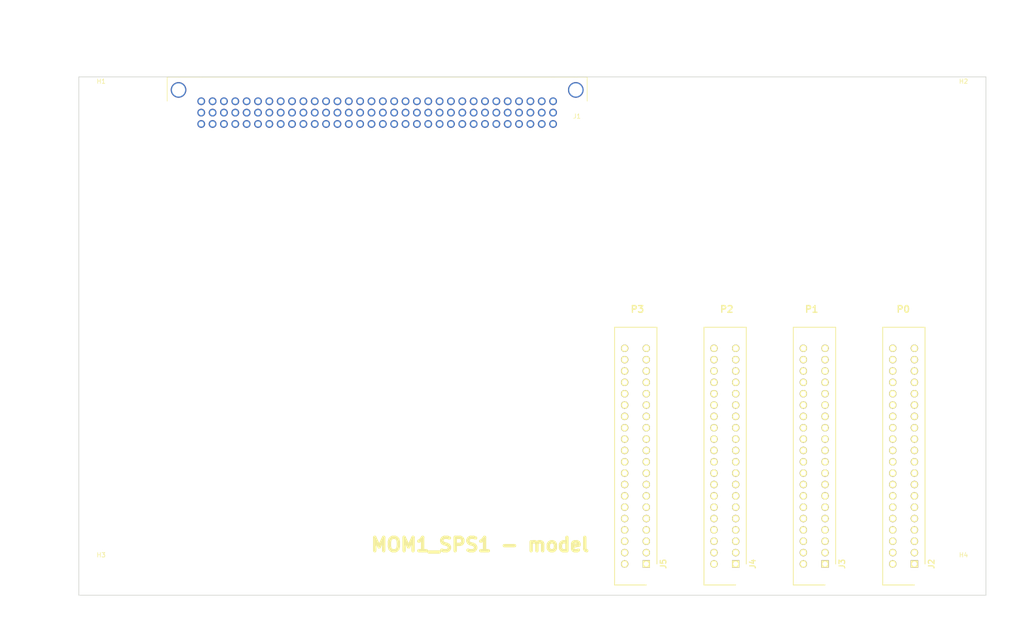
<source format=kicad_pcb>
(kicad_pcb (version 20171130) (host pcbnew "(5.1.6)-1")

  (general
    (thickness 1.6)
    (drawings 22)
    (tracks 0)
    (zones 0)
    (modules 9)
    (nets 106)
  )

  (page A4)
  (title_block
    (title MOM1_SPS1)
    (date 2020-09-28)
    (rev "model rev2")
    (company "Name here")
  )

  (layers
    (0 F.Cu signal)
    (1 In1.Cu power)
    (2 In2.Cu signal)
    (31 B.Cu signal)
    (32 B.Adhes user)
    (33 F.Adhes user)
    (34 B.Paste user)
    (35 F.Paste user)
    (36 B.SilkS user)
    (37 F.SilkS user)
    (38 B.Mask user)
    (39 F.Mask user)
    (40 Dwgs.User user)
    (41 Cmts.User user)
    (42 Eco1.User user)
    (43 Eco2.User user)
    (44 Edge.Cuts user)
    (45 Margin user)
    (46 B.CrtYd user)
    (47 F.CrtYd user)
    (48 B.Fab user)
    (49 F.Fab user)
  )

  (setup
    (last_trace_width 0.18)
    (trace_clearance 0.18)
    (zone_clearance 0.508)
    (zone_45_only no)
    (trace_min 0.18)
    (via_size 0.45)
    (via_drill 0.2)
    (via_min_size 0.45)
    (via_min_drill 0.2)
    (uvia_size 0.45)
    (uvia_drill 0.2)
    (uvias_allowed no)
    (uvia_min_size 0.45)
    (uvia_min_drill 0.2)
    (edge_width 0.15)
    (segment_width 0.2)
    (pcb_text_width 0.3)
    (pcb_text_size 1.5 1.5)
    (mod_edge_width 0.15)
    (mod_text_size 1 1)
    (mod_text_width 0.15)
    (pad_size 1.524 1.524)
    (pad_drill 0.762)
    (pad_to_mask_clearance 0.2)
    (aux_axis_origin 68 32)
    (visible_elements 7FFFF7FF)
    (pcbplotparams
      (layerselection 0x010f0_ffffffff)
      (usegerberextensions false)
      (usegerberattributes false)
      (usegerberadvancedattributes false)
      (creategerberjobfile false)
      (excludeedgelayer true)
      (linewidth 0.100000)
      (plotframeref false)
      (viasonmask false)
      (mode 1)
      (useauxorigin true)
      (hpglpennumber 1)
      (hpglpenspeed 20)
      (hpglpendiameter 15.000000)
      (psnegative false)
      (psa4output false)
      (plotreference true)
      (plotvalue true)
      (plotinvisibletext false)
      (padsonsilk false)
      (subtractmaskfromsilk false)
      (outputformat 1)
      (mirror false)
      (drillshape 0)
      (scaleselection 1)
      (outputdirectory "Project_GCMV4_gerbert/"))
  )

  (net 0 "")
  (net 1 GND)
  (net 2 +5V)
  (net 3 +3V3)
  (net 4 /GLOBAL_CLK)
  (net 5 /~RESET_CLK)
  (net 6 /SYNC_BIT)
  (net 7 /RESET_CLK)
  (net 8 /~COUNTER_RESET)
  (net 9 /NUMBER_0)
  (net 10 /NUMBER_1)
  (net 11 /NUMBER_2)
  (net 12 /NUMBER_3)
  (net 13 /NUMBER_4)
  (net 14 /NUMBER_5)
  (net 15 /NUMBER_6)
  (net 16 /NUMBER_7)
  (net 17 /SPI_MOSI)
  (net 18 /SPI_MISO)
  (net 19 /SPI_SCLK)
  (net 20 /SPI_CS)
  (net 21 /BDATASRC_0)
  (net 22 /BDATASRC_1)
  (net 23 /BDATASRC_2)
  (net 24 /BDATASRC_3)
  (net 25 /BDATASRC_4)
  (net 26 /BDATASRC_5)
  (net 27 /BDATASRC_6)
  (net 28 /BDATASRC_7)
  (net 29 /ADDSRC_CLK)
  (net 30 /JMPSRC_CLK)
  (net 31 /PERIPHERAL_CLK)
  (net 32 /BJMPSRC_0)
  (net 33 /BJMPSRC_1)
  (net 34 /BJMPSRC_2)
  (net 35 /BJMPSRC_3)
  (net 36 /BJMPSRC_4)
  (net 37 /BJMPSRC_5)
  (net 38 /BJMPSRC_6)
  (net 39 /BJMPSRC_7)
  (net 40 /BJMPSRC_8)
  (net 41 /BJMPSRC_9)
  (net 42 /BJMPSRC_10)
  (net 43 /BJMPSRC_11)
  (net 44 /BJMPSRC_12)
  (net 45 /BJMPSRC_13)
  (net 46 /BJMPSRC_14)
  (net 47 /BJMPSRC_15)
  (net 48 /BJMPSRC_16)
  (net 49 /BJMPSRC_17)
  (net 50 /BJMPSRC_18)
  (net 51 /BJMPSRC_19)
  (net 52 /BJMPSRC_20)
  (net 53 /BJMPSRC_21)
  (net 54 /BJMPSRC_22)
  (net 55 /BJMPSRC_23)
  (net 56 /PROCESSOR_PAUSE)
  (net 57 /~SELECTING_RBEXT1)
  (net 58 /~SELECTING_RBEXT2)
  (net 59 /BWRITE1_0)
  (net 60 /BWRITE1_1)
  (net 61 /BWRITE1_2)
  (net 62 /BWRITE1_3)
  (net 63 /BWRITE1_4)
  (net 64 /BWRITE1_5)
  (net 65 /BWRITE1_6)
  (net 66 /BWRITE1_7)
  (net 67 /BWRITE2_0)
  (net 68 /BWRITE2_1)
  (net 69 /BWRITE2_2)
  (net 70 /BWRITE2_3)
  (net 71 /BWRITE2_4)
  (net 72 /BWRITE2_5)
  (net 73 /BWRITE2_6)
  (net 74 /BWRITE2_7)
  (net 75 /BREAD1_0)
  (net 76 /BREAD1_1)
  (net 77 /BREAD1_2)
  (net 78 /BREAD1_3)
  (net 79 /BREAD1_4)
  (net 80 /BREAD1_5)
  (net 81 /BREAD1_6)
  (net 82 /BREAD1_7)
  (net 83 /BREAD2_0)
  (net 84 /BREAD2_1)
  (net 85 /BREAD2_2)
  (net 86 /BREAD2_3)
  (net 87 /BREAD2_4)
  (net 88 /BREAD2_5)
  (net 89 /BREAD2_6)
  (net 90 /BREAD2_7)
  (net 91 /BPCS_0)
  (net 92 /BPCS_1)
  (net 93 /BPCS_2)
  (net 94 /BPCS_3)
  (net 95 /BPCS_4)
  (net 96 /BPCS_5)
  (net 97 /~CS_MODULE_1)
  (net 98 /CLK_MODULE_1)
  (net 99 /~CS_MODULE_2)
  (net 100 /CLK_MODULE_2)
  (net 101 /CLK_MODULE_3)
  (net 102 /~CS_MODULE_3)
  (net 103 /CLK_MODULE_4)
  (net 104 /~CS_MODULE_4)
  (net 105 /FEEDBACK)

  (net_class Default "Ceci est la Netclass par défaut"
    (clearance 0.18)
    (trace_width 0.18)
    (via_dia 0.45)
    (via_drill 0.2)
    (uvia_dia 0.45)
    (uvia_drill 0.2)
    (add_net /ADDSRC_CLK)
    (add_net /BDATASRC_0)
    (add_net /BDATASRC_1)
    (add_net /BDATASRC_2)
    (add_net /BDATASRC_3)
    (add_net /BDATASRC_4)
    (add_net /BDATASRC_5)
    (add_net /BDATASRC_6)
    (add_net /BDATASRC_7)
    (add_net /BJMPSRC_0)
    (add_net /BJMPSRC_1)
    (add_net /BJMPSRC_10)
    (add_net /BJMPSRC_11)
    (add_net /BJMPSRC_12)
    (add_net /BJMPSRC_13)
    (add_net /BJMPSRC_14)
    (add_net /BJMPSRC_15)
    (add_net /BJMPSRC_16)
    (add_net /BJMPSRC_17)
    (add_net /BJMPSRC_18)
    (add_net /BJMPSRC_19)
    (add_net /BJMPSRC_2)
    (add_net /BJMPSRC_20)
    (add_net /BJMPSRC_21)
    (add_net /BJMPSRC_22)
    (add_net /BJMPSRC_23)
    (add_net /BJMPSRC_3)
    (add_net /BJMPSRC_4)
    (add_net /BJMPSRC_5)
    (add_net /BJMPSRC_6)
    (add_net /BJMPSRC_7)
    (add_net /BJMPSRC_8)
    (add_net /BJMPSRC_9)
    (add_net /BPCS_0)
    (add_net /BPCS_1)
    (add_net /BPCS_2)
    (add_net /BPCS_3)
    (add_net /BPCS_4)
    (add_net /BPCS_5)
    (add_net /BREAD1_0)
    (add_net /BREAD1_1)
    (add_net /BREAD1_2)
    (add_net /BREAD1_3)
    (add_net /BREAD1_4)
    (add_net /BREAD1_5)
    (add_net /BREAD1_6)
    (add_net /BREAD1_7)
    (add_net /BREAD2_0)
    (add_net /BREAD2_1)
    (add_net /BREAD2_2)
    (add_net /BREAD2_3)
    (add_net /BREAD2_4)
    (add_net /BREAD2_5)
    (add_net /BREAD2_6)
    (add_net /BREAD2_7)
    (add_net /BWRITE1_0)
    (add_net /BWRITE1_1)
    (add_net /BWRITE1_2)
    (add_net /BWRITE1_3)
    (add_net /BWRITE1_4)
    (add_net /BWRITE1_5)
    (add_net /BWRITE1_6)
    (add_net /BWRITE1_7)
    (add_net /BWRITE2_0)
    (add_net /BWRITE2_1)
    (add_net /BWRITE2_2)
    (add_net /BWRITE2_3)
    (add_net /BWRITE2_4)
    (add_net /BWRITE2_5)
    (add_net /BWRITE2_6)
    (add_net /BWRITE2_7)
    (add_net /CLK_MODULE_1)
    (add_net /CLK_MODULE_2)
    (add_net /CLK_MODULE_3)
    (add_net /CLK_MODULE_4)
    (add_net /FEEDBACK)
    (add_net /GLOBAL_CLK)
    (add_net /JMPSRC_CLK)
    (add_net /NUMBER_0)
    (add_net /NUMBER_1)
    (add_net /NUMBER_2)
    (add_net /NUMBER_3)
    (add_net /NUMBER_4)
    (add_net /NUMBER_5)
    (add_net /NUMBER_6)
    (add_net /NUMBER_7)
    (add_net /PERIPHERAL_CLK)
    (add_net /PROCESSOR_PAUSE)
    (add_net /RESET_CLK)
    (add_net /SPI_CS)
    (add_net /SPI_MISO)
    (add_net /SPI_MOSI)
    (add_net /SPI_SCLK)
    (add_net /SYNC_BIT)
    (add_net /~COUNTER_RESET)
    (add_net /~CS_MODULE_1)
    (add_net /~CS_MODULE_2)
    (add_net /~CS_MODULE_3)
    (add_net /~CS_MODULE_4)
    (add_net /~RESET_CLK)
    (add_net /~SELECTING_RBEXT1)
    (add_net /~SELECTING_RBEXT2)
  )

  (net_class Volt ""
    (clearance 0.2)
    (trace_width 0.3)
    (via_dia 0.55)
    (via_drill 0.3)
    (uvia_dia 0.55)
    (uvia_drill 0.3)
    (add_net +3V3)
    (add_net +5V)
    (add_net GND)
  )

  (module Eurocard_5536475-1:Eurocard_5536475-1_inv placed (layer F.Cu) (tedit 5F7214FE) (tstamp 5F7298AC)
    (at 133.5 40)
    (path /5C9A234B)
    (fp_text reference J1 (at 45.98 0.82) (layer F.SilkS)
      (effects (font (size 1 1) (thickness 0.15)))
    )
    (fp_text value Eurocard_5536475-1_inv (at 36.92 5.57) (layer F.Fab)
      (effects (font (size 1 1) (thickness 0.15)))
    )
    (fp_line (start -38.1 -7.95) (end 40.64 -7.95) (layer F.SilkS) (width 0.15))
    (fp_line (start 40.64 -7.95) (end 45.72 -7.95) (layer F.SilkS) (width 0.15))
    (fp_line (start -43.18 -7.95) (end -38.1 -7.95) (layer F.SilkS) (width 0.15))
    (fp_line (start 48.27 -7.95) (end 48.27 -2.58) (layer F.SilkS) (width 0.15))
    (fp_line (start 45.72 -7.95) (end 48.27 -7.95) (layer F.SilkS) (width 0.15))
    (fp_line (start -45.72 -7.95) (end -43.17 -7.95) (layer F.SilkS) (width 0.15))
    (fp_line (start -45.72 -7.95) (end -45.72 -2.58) (layer F.SilkS) (width 0.15))
    (pad "" np_thru_hole circle (at -43.18 -5.08 90) (size 3.5 3.5) (drill 2.94) (layers *.Cu *.Mask))
    (pad "" np_thru_hole circle (at 45.72 -5.08 90) (size 3.5 3.5) (drill 2.94) (layers *.Cu *.Mask))
    (pad c32 thru_hole circle (at -38.1 2.54 270) (size 1.75 1.75) (drill 1.15) (layers *.Cu *.Mask)
      (net 1 GND))
    (pad c31 thru_hole circle (at -35.56 2.54 270) (size 1.75 1.75) (drill 1.15) (layers *.Cu *.Mask)
      (net 2 +5V))
    (pad c30 thru_hole circle (at -33.02 2.54 270) (size 1.75 1.75) (drill 1.15) (layers *.Cu *.Mask)
      (net 3 +3V3))
    (pad c29 thru_hole circle (at -30.48 2.54 270) (size 1.75 1.75) (drill 1.15) (layers *.Cu *.Mask)
      (net 96 /BPCS_5))
    (pad c28 thru_hole circle (at -27.94 2.54 270) (size 1.75 1.75) (drill 1.15) (layers *.Cu *.Mask)
      (net 95 /BPCS_4))
    (pad c27 thru_hole circle (at -25.4 2.54 270) (size 1.75 1.75) (drill 1.15) (layers *.Cu *.Mask)
      (net 94 /BPCS_3))
    (pad c26 thru_hole circle (at -22.86 2.54 270) (size 1.75 1.75) (drill 1.15) (layers *.Cu *.Mask)
      (net 93 /BPCS_2))
    (pad c25 thru_hole circle (at -20.32 2.54 270) (size 1.75 1.75) (drill 1.15) (layers *.Cu *.Mask)
      (net 92 /BPCS_1))
    (pad c24 thru_hole circle (at -17.78 2.54 270) (size 1.75 1.75) (drill 1.15) (layers *.Cu *.Mask)
      (net 91 /BPCS_0))
    (pad c23 thru_hole circle (at -15.24 2.54 270) (size 1.75 1.75) (drill 1.15) (layers *.Cu *.Mask)
      (net 6 /SYNC_BIT))
    (pad c22 thru_hole circle (at -12.7 2.54 270) (size 1.75 1.75) (drill 1.15) (layers *.Cu *.Mask)
      (net 8 /~COUNTER_RESET))
    (pad c21 thru_hole circle (at -10.16 2.54 270) (size 1.75 1.75) (drill 1.15) (layers *.Cu *.Mask)
      (net 31 /PERIPHERAL_CLK))
    (pad c20 thru_hole circle (at -7.62 2.54 270) (size 1.75 1.75) (drill 1.15) (layers *.Cu *.Mask)
      (net 30 /JMPSRC_CLK))
    (pad c19 thru_hole circle (at -5.08 2.54 270) (size 1.75 1.75) (drill 1.15) (layers *.Cu *.Mask)
      (net 7 /RESET_CLK))
    (pad c18 thru_hole circle (at -2.54 2.54 270) (size 1.75 1.75) (drill 1.15) (layers *.Cu *.Mask)
      (net 4 /GLOBAL_CLK))
    (pad c17 thru_hole circle (at 0 2.54 270) (size 1.75 1.75) (drill 1.15) (layers *.Cu *.Mask)
      (net 29 /ADDSRC_CLK))
    (pad c16 thru_hole circle (at 2.54 2.54 270) (size 1.75 1.75) (drill 1.15) (layers *.Cu *.Mask)
      (net 28 /BDATASRC_7))
    (pad c15 thru_hole circle (at 5.08 2.54 270) (size 1.75 1.75) (drill 1.15) (layers *.Cu *.Mask)
      (net 27 /BDATASRC_6))
    (pad c14 thru_hole circle (at 7.62 2.54 270) (size 1.75 1.75) (drill 1.15) (layers *.Cu *.Mask)
      (net 26 /BDATASRC_5))
    (pad c13 thru_hole circle (at 10.16 2.54 270) (size 1.75 1.75) (drill 1.15) (layers *.Cu *.Mask)
      (net 25 /BDATASRC_4))
    (pad c12 thru_hole circle (at 12.7 2.54 270) (size 1.75 1.75) (drill 1.15) (layers *.Cu *.Mask)
      (net 24 /BDATASRC_3))
    (pad c11 thru_hole circle (at 15.24 2.54 270) (size 1.75 1.75) (drill 1.15) (layers *.Cu *.Mask)
      (net 23 /BDATASRC_2))
    (pad c10 thru_hole circle (at 17.78 2.54 270) (size 1.75 1.75) (drill 1.15) (layers *.Cu *.Mask)
      (net 22 /BDATASRC_1))
    (pad c9 thru_hole circle (at 20.32 2.54 270) (size 1.75 1.75) (drill 1.15) (layers *.Cu *.Mask)
      (net 21 /BDATASRC_0))
    (pad c8 thru_hole circle (at 22.86 2.54 270) (size 1.75 1.75) (drill 1.15) (layers *.Cu *.Mask)
      (net 16 /NUMBER_7))
    (pad c7 thru_hole circle (at 25.4 2.54 270) (size 1.75 1.75) (drill 1.15) (layers *.Cu *.Mask)
      (net 15 /NUMBER_6))
    (pad c6 thru_hole circle (at 27.94 2.54 270) (size 1.75 1.75) (drill 1.15) (layers *.Cu *.Mask)
      (net 14 /NUMBER_5))
    (pad c5 thru_hole circle (at 30.48 2.54 270) (size 1.75 1.75) (drill 1.15) (layers *.Cu *.Mask)
      (net 13 /NUMBER_4))
    (pad c4 thru_hole circle (at 33.02 2.54 270) (size 1.75 1.75) (drill 1.15) (layers *.Cu *.Mask)
      (net 12 /NUMBER_3))
    (pad c3 thru_hole circle (at 35.56 2.54 270) (size 1.75 1.75) (drill 1.15) (layers *.Cu *.Mask)
      (net 11 /NUMBER_2))
    (pad c2 thru_hole circle (at 38.1 2.54 270) (size 1.75 1.75) (drill 1.15) (layers *.Cu *.Mask)
      (net 10 /NUMBER_1))
    (pad c1 thru_hole circle (at 40.64 2.54 270) (size 1.75 1.75) (drill 1.15) (layers *.Cu *.Mask)
      (net 9 /NUMBER_0))
    (pad b32 thru_hole circle (at -38.1 0 270) (size 1.75 1.75) (drill 1.15) (layers *.Cu *.Mask)
      (net 90 /BREAD2_7))
    (pad b31 thru_hole circle (at -35.56 0 270) (size 1.75 1.75) (drill 1.15) (layers *.Cu *.Mask)
      (net 89 /BREAD2_6))
    (pad b30 thru_hole circle (at -33.02 0 270) (size 1.75 1.75) (drill 1.15) (layers *.Cu *.Mask)
      (net 88 /BREAD2_5))
    (pad b29 thru_hole circle (at -30.48 0 270) (size 1.75 1.75) (drill 1.15) (layers *.Cu *.Mask)
      (net 87 /BREAD2_4))
    (pad b28 thru_hole circle (at -27.94 0 270) (size 1.75 1.75) (drill 1.15) (layers *.Cu *.Mask)
      (net 86 /BREAD2_3))
    (pad b27 thru_hole circle (at -25.4 0 270) (size 1.75 1.75) (drill 1.15) (layers *.Cu *.Mask)
      (net 85 /BREAD2_2))
    (pad b26 thru_hole circle (at -22.86 0 270) (size 1.75 1.75) (drill 1.15) (layers *.Cu *.Mask)
      (net 84 /BREAD2_1))
    (pad b25 thru_hole circle (at -20.32 0 270) (size 1.75 1.75) (drill 1.15) (layers *.Cu *.Mask)
      (net 83 /BREAD2_0))
    (pad b24 thru_hole circle (at -17.78 0 270) (size 1.75 1.75) (drill 1.15) (layers *.Cu *.Mask)
      (net 82 /BREAD1_7))
    (pad b23 thru_hole circle (at -15.24 0 270) (size 1.75 1.75) (drill 1.15) (layers *.Cu *.Mask)
      (net 81 /BREAD1_6))
    (pad b22 thru_hole circle (at -12.7 0 270) (size 1.75 1.75) (drill 1.15) (layers *.Cu *.Mask)
      (net 80 /BREAD1_5))
    (pad b21 thru_hole circle (at -10.16 0 270) (size 1.75 1.75) (drill 1.15) (layers *.Cu *.Mask)
      (net 79 /BREAD1_4))
    (pad b20 thru_hole circle (at -7.62 0 270) (size 1.75 1.75) (drill 1.15) (layers *.Cu *.Mask)
      (net 78 /BREAD1_3))
    (pad b19 thru_hole circle (at -5.08 0 270) (size 1.75 1.75) (drill 1.15) (layers *.Cu *.Mask)
      (net 77 /BREAD1_2))
    (pad b18 thru_hole circle (at -2.54 0 270) (size 1.75 1.75) (drill 1.15) (layers *.Cu *.Mask)
      (net 76 /BREAD1_1))
    (pad b17 thru_hole circle (at 0 0 270) (size 1.75 1.75) (drill 1.15) (layers *.Cu *.Mask)
      (net 75 /BREAD1_0))
    (pad b16 thru_hole circle (at 2.54 0 270) (size 1.75 1.75) (drill 1.15) (layers *.Cu *.Mask)
      (net 74 /BWRITE2_7))
    (pad b15 thru_hole circle (at 5.08 0 270) (size 1.75 1.75) (drill 1.15) (layers *.Cu *.Mask)
      (net 73 /BWRITE2_6))
    (pad b14 thru_hole circle (at 7.62 0 270) (size 1.75 1.75) (drill 1.15) (layers *.Cu *.Mask)
      (net 72 /BWRITE2_5))
    (pad b13 thru_hole circle (at 10.16 0 270) (size 1.75 1.75) (drill 1.15) (layers *.Cu *.Mask)
      (net 71 /BWRITE2_4))
    (pad b12 thru_hole circle (at 12.7 0 270) (size 1.75 1.75) (drill 1.15) (layers *.Cu *.Mask)
      (net 70 /BWRITE2_3))
    (pad b11 thru_hole circle (at 15.24 0 270) (size 1.75 1.75) (drill 1.15) (layers *.Cu *.Mask)
      (net 69 /BWRITE2_2))
    (pad b10 thru_hole circle (at 17.78 0 270) (size 1.75 1.75) (drill 1.15) (layers *.Cu *.Mask)
      (net 68 /BWRITE2_1))
    (pad b9 thru_hole circle (at 20.32 0 270) (size 1.75 1.75) (drill 1.15) (layers *.Cu *.Mask)
      (net 67 /BWRITE2_0))
    (pad b8 thru_hole circle (at 22.86 0 270) (size 1.75 1.75) (drill 1.15) (layers *.Cu *.Mask)
      (net 66 /BWRITE1_7))
    (pad b7 thru_hole circle (at 25.4 0 270) (size 1.75 1.75) (drill 1.15) (layers *.Cu *.Mask)
      (net 65 /BWRITE1_6))
    (pad b6 thru_hole circle (at 27.94 0 270) (size 1.75 1.75) (drill 1.15) (layers *.Cu *.Mask)
      (net 64 /BWRITE1_5))
    (pad b5 thru_hole circle (at 30.48 0 270) (size 1.75 1.75) (drill 1.15) (layers *.Cu *.Mask)
      (net 63 /BWRITE1_4))
    (pad b4 thru_hole circle (at 33.02 0 270) (size 1.75 1.75) (drill 1.15) (layers *.Cu *.Mask)
      (net 62 /BWRITE1_3))
    (pad b3 thru_hole circle (at 35.56 0 270) (size 1.75 1.75) (drill 1.15) (layers *.Cu *.Mask)
      (net 61 /BWRITE1_2))
    (pad b2 thru_hole circle (at 38.1 0 270) (size 1.75 1.75) (drill 1.15) (layers *.Cu *.Mask)
      (net 60 /BWRITE1_1))
    (pad b1 thru_hole circle (at 40.64 0 270) (size 1.75 1.75) (drill 1.15) (layers *.Cu *.Mask)
      (net 59 /BWRITE1_0))
    (pad a32 thru_hole circle (at -38.1 -2.54 270) (size 1.75 1.75) (drill 1.15) (layers *.Cu *.Mask)
      (net 105 /FEEDBACK))
    (pad a31 thru_hole circle (at -35.56 -2.54 270) (size 1.75 1.75) (drill 1.15) (layers *.Cu *.Mask)
      (net 58 /~SELECTING_RBEXT2))
    (pad a30 thru_hole circle (at -33.02 -2.54 270) (size 1.75 1.75) (drill 1.15) (layers *.Cu *.Mask)
      (net 57 /~SELECTING_RBEXT1))
    (pad a29 thru_hole circle (at -30.48 -2.54 270) (size 1.75 1.75) (drill 1.15) (layers *.Cu *.Mask)
      (net 20 /SPI_CS))
    (pad a28 thru_hole circle (at -27.94 -2.54 270) (size 1.75 1.75) (drill 1.15) (layers *.Cu *.Mask)
      (net 19 /SPI_SCLK))
    (pad a27 thru_hole circle (at -25.4 -2.54 270) (size 1.75 1.75) (drill 1.15) (layers *.Cu *.Mask)
      (net 18 /SPI_MISO))
    (pad a26 thru_hole circle (at -22.86 -2.54 270) (size 1.75 1.75) (drill 1.15) (layers *.Cu *.Mask)
      (net 17 /SPI_MOSI))
    (pad a25 thru_hole circle (at -20.32 -2.54 270) (size 1.75 1.75) (drill 1.15) (layers *.Cu *.Mask)
      (net 56 /PROCESSOR_PAUSE))
    (pad a24 thru_hole circle (at -17.78 -2.54 270) (size 1.75 1.75) (drill 1.15) (layers *.Cu *.Mask)
      (net 55 /BJMPSRC_23))
    (pad a23 thru_hole circle (at -15.24 -2.54 270) (size 1.75 1.75) (drill 1.15) (layers *.Cu *.Mask)
      (net 54 /BJMPSRC_22))
    (pad a22 thru_hole circle (at -12.7 -2.54 270) (size 1.75 1.75) (drill 1.15) (layers *.Cu *.Mask)
      (net 53 /BJMPSRC_21))
    (pad a21 thru_hole circle (at -10.16 -2.54 270) (size 1.75 1.75) (drill 1.15) (layers *.Cu *.Mask)
      (net 52 /BJMPSRC_20))
    (pad a20 thru_hole circle (at -7.62 -2.54 270) (size 1.75 1.75) (drill 1.15) (layers *.Cu *.Mask)
      (net 51 /BJMPSRC_19))
    (pad a19 thru_hole circle (at -5.08 -2.54 270) (size 1.75 1.75) (drill 1.15) (layers *.Cu *.Mask)
      (net 50 /BJMPSRC_18))
    (pad a18 thru_hole circle (at -2.54 -2.54 270) (size 1.75 1.75) (drill 1.15) (layers *.Cu *.Mask)
      (net 49 /BJMPSRC_17))
    (pad a17 thru_hole circle (at 0 -2.54 270) (size 1.75 1.75) (drill 1.15) (layers *.Cu *.Mask)
      (net 48 /BJMPSRC_16))
    (pad a16 thru_hole circle (at 2.54 -2.54 270) (size 1.75 1.75) (drill 1.15) (layers *.Cu *.Mask)
      (net 47 /BJMPSRC_15))
    (pad a15 thru_hole circle (at 5.08 -2.54 270) (size 1.75 1.75) (drill 1.15) (layers *.Cu *.Mask)
      (net 46 /BJMPSRC_14))
    (pad a14 thru_hole circle (at 7.62 -2.54 270) (size 1.75 1.75) (drill 1.15) (layers *.Cu *.Mask)
      (net 45 /BJMPSRC_13))
    (pad a13 thru_hole circle (at 10.16 -2.54 270) (size 1.75 1.75) (drill 1.15) (layers *.Cu *.Mask)
      (net 44 /BJMPSRC_12))
    (pad a12 thru_hole circle (at 12.7 -2.54 270) (size 1.75 1.75) (drill 1.15) (layers *.Cu *.Mask)
      (net 43 /BJMPSRC_11))
    (pad a11 thru_hole circle (at 15.24 -2.54 270) (size 1.75 1.75) (drill 1.15) (layers *.Cu *.Mask)
      (net 42 /BJMPSRC_10))
    (pad a10 thru_hole circle (at 17.78 -2.54 270) (size 1.75 1.75) (drill 1.15) (layers *.Cu *.Mask)
      (net 41 /BJMPSRC_9))
    (pad a9 thru_hole circle (at 20.32 -2.54 270) (size 1.75 1.75) (drill 1.15) (layers *.Cu *.Mask)
      (net 40 /BJMPSRC_8))
    (pad a8 thru_hole circle (at 22.86 -2.54 270) (size 1.75 1.75) (drill 1.15) (layers *.Cu *.Mask)
      (net 39 /BJMPSRC_7))
    (pad a7 thru_hole circle (at 25.4 -2.54 270) (size 1.75 1.75) (drill 1.15) (layers *.Cu *.Mask)
      (net 38 /BJMPSRC_6))
    (pad a6 thru_hole circle (at 27.94 -2.54 270) (size 1.75 1.75) (drill 1.15) (layers *.Cu *.Mask)
      (net 37 /BJMPSRC_5))
    (pad a5 thru_hole circle (at 30.48 -2.54 270) (size 1.75 1.75) (drill 1.15) (layers *.Cu *.Mask)
      (net 36 /BJMPSRC_4))
    (pad a4 thru_hole circle (at 33.02 -2.54 270) (size 1.75 1.75) (drill 1.15) (layers *.Cu *.Mask)
      (net 35 /BJMPSRC_3))
    (pad a3 thru_hole circle (at 35.56 -2.54 270) (size 1.75 1.75) (drill 1.15) (layers *.Cu *.Mask)
      (net 34 /BJMPSRC_2))
    (pad a2 thru_hole circle (at 38.1 -2.54 270) (size 1.75 1.75) (drill 1.15) (layers *.Cu *.Mask)
      (net 33 /BJMPSRC_1))
    (pad a1 thru_hole circle (at 40.64 -2.54 270) (size 1.75 1.75) (drill 1.15) (layers *.Cu *.Mask)
      (net 32 /BJMPSRC_0))
    (model ${KIPRJMOD}/libraries/3D/5650473-5.stp
      (offset (xyz 1.25 15.25 4))
      (scale (xyz 1 1 1))
      (rotate (xyz -90 0 180))
    )
  )

  (module MountingHole:MountingHole_3mm (layer F.Cu) (tedit 56D1B4CB) (tstamp 5F727451)
    (at 73 37)
    (descr "Mounting Hole 3mm, no annular")
    (tags "mounting hole 3mm no annular")
    (path /5F7341E1)
    (attr virtual)
    (fp_text reference H1 (at 0 -4) (layer F.SilkS)
      (effects (font (size 1 1) (thickness 0.15)))
    )
    (fp_text value MountingHole_3mm (at 3 4) (layer F.Fab)
      (effects (font (size 1 1) (thickness 0.15)))
    )
    (fp_circle (center 0 0) (end 3 0) (layer Cmts.User) (width 0.15))
    (fp_circle (center 0 0) (end 3.25 0) (layer F.CrtYd) (width 0.05))
    (fp_text user %R (at 0.3 0) (layer F.Fab)
      (effects (font (size 1 1) (thickness 0.15)))
    )
    (pad 1 np_thru_hole circle (at 0 0) (size 3 3) (drill 3) (layers *.Cu *.Mask))
  )

  (module MountingHole:MountingHole_3mm (layer F.Cu) (tedit 56D1B4CB) (tstamp 5F727459)
    (at 266 37)
    (descr "Mounting Hole 3mm, no annular")
    (tags "mounting hole 3mm no annular")
    (path /5F735142)
    (attr virtual)
    (fp_text reference H2 (at 0 -4) (layer F.SilkS)
      (effects (font (size 1 1) (thickness 0.15)))
    )
    (fp_text value MountingHole_3mm (at -3 4) (layer F.Fab)
      (effects (font (size 1 1) (thickness 0.15)))
    )
    (fp_circle (center 0 0) (end 3.25 0) (layer F.CrtYd) (width 0.05))
    (fp_circle (center 0 0) (end 3 0) (layer Cmts.User) (width 0.15))
    (fp_text user %R (at 0.3 0) (layer F.Fab)
      (effects (font (size 1 1) (thickness 0.15)))
    )
    (pad 1 np_thru_hole circle (at 0 0) (size 3 3) (drill 3) (layers *.Cu *.Mask))
  )

  (module MountingHole:MountingHole_3mm (layer F.Cu) (tedit 56D1B4CB) (tstamp 5F727461)
    (at 73 143)
    (descr "Mounting Hole 3mm, no annular")
    (tags "mounting hole 3mm no annular")
    (path /5F735ED5)
    (attr virtual)
    (fp_text reference H3 (at 0 -4) (layer F.SilkS)
      (effects (font (size 1 1) (thickness 0.15)))
    )
    (fp_text value MountingHole_3mm (at 3 4) (layer F.Fab)
      (effects (font (size 1 1) (thickness 0.15)))
    )
    (fp_circle (center 0 0) (end 3.25 0) (layer F.CrtYd) (width 0.05))
    (fp_circle (center 0 0) (end 3 0) (layer Cmts.User) (width 0.15))
    (fp_text user %R (at 0.3 0) (layer F.Fab)
      (effects (font (size 1 1) (thickness 0.15)))
    )
    (pad 1 np_thru_hole circle (at 0 0) (size 3 3) (drill 3) (layers *.Cu *.Mask))
  )

  (module MountingHole:MountingHole_3mm (layer F.Cu) (tedit 56D1B4CB) (tstamp 5F727469)
    (at 266 143)
    (descr "Mounting Hole 3mm, no annular")
    (tags "mounting hole 3mm no annular")
    (path /5F735731)
    (attr virtual)
    (fp_text reference H4 (at 0 -4) (layer F.SilkS)
      (effects (font (size 1 1) (thickness 0.15)))
    )
    (fp_text value MountingHole_3mm (at -3 4) (layer F.Fab)
      (effects (font (size 1 1) (thickness 0.15)))
    )
    (fp_circle (center 0 0) (end 3 0) (layer Cmts.User) (width 0.15))
    (fp_circle (center 0 0) (end 3.25 0) (layer F.CrtYd) (width 0.05))
    (fp_text user %R (at 0.3 0) (layer F.Fab)
      (effects (font (size 1 1) (thickness 0.15)))
    )
    (pad 1 np_thru_hole circle (at 0 0) (size 3 3) (drill 3) (layers *.Cu *.Mask))
  )

  (module TE_5-5530843-4:TE_5-5530843-4 (layer F.Cu) (tedit 5F6DFD42) (tstamp 5F72746A)
    (at 255 141 90)
    (descr TE_5-5530843-4)
    (tags Connector)
    (path /5E290726)
    (fp_text reference J2 (at 0 3.81 90) (layer F.SilkS)
      (effects (font (size 1.27 1.27) (thickness 0.254)))
    )
    (fp_text value PP1_connector_TE_5-5530843-4 (at 11 6 90) (layer F.SilkS) hide
      (effects (font (size 1.27 1.27) (thickness 0.254)))
    )
    (fp_line (start -4.949 2.625) (end -4.949 -7.349) (layer Dwgs.User) (width 0.05))
    (fp_line (start -4.949 -7.349) (end 53.209 -7.349) (layer Dwgs.User) (width 0.05))
    (fp_line (start 53.209 -7.349) (end 53.209 2.625) (layer Dwgs.User) (width 0.05))
    (fp_line (start 53.209 2.625) (end -4.949 2.625) (layer Dwgs.User) (width 0.05))
    (fp_line (start -4.699 2.375) (end -4.699 -7.099) (layer Dwgs.User) (width 0.1))
    (fp_line (start -4.699 -7.099) (end 52.959 -7.099) (layer Dwgs.User) (width 0.1))
    (fp_line (start 52.959 -7.099) (end 52.959 2.375) (layer Dwgs.User) (width 0.1))
    (fp_line (start 52.959 2.375) (end -4.699 2.375) (layer Dwgs.User) (width 0.1))
    (fp_line (start 0 2.375) (end 52.959 2.375) (layer F.SilkS) (width 0.2))
    (fp_line (start 52.959 2.375) (end 52.959 -7.099) (layer F.SilkS) (width 0.2))
    (fp_line (start 52.959 -7.099) (end -4.699 -7.099) (layer F.SilkS) (width 0.2))
    (fp_line (start -4.699 -7.099) (end -4.699 0) (layer F.SilkS) (width 0.2))
    (pad 1 thru_hole rect (at 0 0 180) (size 1.65 1.65) (drill 1.1) (layers *.Cu *.Mask F.SilkS)
      (net 1 GND))
    (pad 2 thru_hole circle (at 0 -4.851 180) (size 1.65 1.65) (drill 1.1) (layers *.Cu *.Mask F.SilkS)
      (net 97 /~CS_MODULE_1))
    (pad 3 thru_hole circle (at 2.54 0 180) (size 1.65 1.65) (drill 1.1) (layers *.Cu *.Mask F.SilkS)
      (net 31 /PERIPHERAL_CLK))
    (pad 4 thru_hole circle (at 2.54 -4.851 180) (size 1.65 1.65) (drill 1.1) (layers *.Cu *.Mask F.SilkS)
      (net 98 /CLK_MODULE_1))
    (pad 5 thru_hole circle (at 5.08 0 180) (size 1.65 1.65) (drill 1.1) (layers *.Cu *.Mask F.SilkS)
      (net 5 /~RESET_CLK))
    (pad 6 thru_hole circle (at 5.08 -4.851 180) (size 1.65 1.65) (drill 1.1) (layers *.Cu *.Mask F.SilkS)
      (net 6 /SYNC_BIT))
    (pad 7 thru_hole circle (at 7.62 0 180) (size 1.65 1.65) (drill 1.1) (layers *.Cu *.Mask F.SilkS)
      (net 90 /BREAD2_7))
    (pad 8 thru_hole circle (at 7.62 -4.851 180) (size 1.65 1.65) (drill 1.1) (layers *.Cu *.Mask F.SilkS)
      (net 74 /BWRITE2_7))
    (pad 9 thru_hole circle (at 10.16 0 180) (size 1.65 1.65) (drill 1.1) (layers *.Cu *.Mask F.SilkS)
      (net 89 /BREAD2_6))
    (pad 10 thru_hole circle (at 10.16 -4.851 180) (size 1.65 1.65) (drill 1.1) (layers *.Cu *.Mask F.SilkS)
      (net 73 /BWRITE2_6))
    (pad 11 thru_hole circle (at 12.7 0 180) (size 1.65 1.65) (drill 1.1) (layers *.Cu *.Mask F.SilkS)
      (net 88 /BREAD2_5))
    (pad 12 thru_hole circle (at 12.7 -4.851 180) (size 1.65 1.65) (drill 1.1) (layers *.Cu *.Mask F.SilkS)
      (net 72 /BWRITE2_5))
    (pad 13 thru_hole circle (at 15.24 0 180) (size 1.65 1.65) (drill 1.1) (layers *.Cu *.Mask F.SilkS)
      (net 87 /BREAD2_4))
    (pad 14 thru_hole circle (at 15.24 -4.851 180) (size 1.65 1.65) (drill 1.1) (layers *.Cu *.Mask F.SilkS)
      (net 71 /BWRITE2_4))
    (pad 15 thru_hole circle (at 17.78 0 180) (size 1.65 1.65) (drill 1.1) (layers *.Cu *.Mask F.SilkS)
      (net 86 /BREAD2_3))
    (pad 16 thru_hole circle (at 17.78 -4.851 180) (size 1.65 1.65) (drill 1.1) (layers *.Cu *.Mask F.SilkS)
      (net 70 /BWRITE2_3))
    (pad 17 thru_hole circle (at 20.32 0 180) (size 1.65 1.65) (drill 1.1) (layers *.Cu *.Mask F.SilkS)
      (net 85 /BREAD2_2))
    (pad 18 thru_hole circle (at 20.32 -4.851 180) (size 1.65 1.65) (drill 1.1) (layers *.Cu *.Mask F.SilkS)
      (net 69 /BWRITE2_2))
    (pad 19 thru_hole circle (at 22.86 0 180) (size 1.65 1.65) (drill 1.1) (layers *.Cu *.Mask F.SilkS)
      (net 84 /BREAD2_1))
    (pad 20 thru_hole circle (at 22.86 -4.851 180) (size 1.65 1.65) (drill 1.1) (layers *.Cu *.Mask F.SilkS)
      (net 68 /BWRITE2_1))
    (pad 21 thru_hole circle (at 25.4 0 180) (size 1.65 1.65) (drill 1.1) (layers *.Cu *.Mask F.SilkS)
      (net 83 /BREAD2_0))
    (pad 22 thru_hole circle (at 25.4 -4.851 180) (size 1.65 1.65) (drill 1.1) (layers *.Cu *.Mask F.SilkS)
      (net 67 /BWRITE2_0))
    (pad 23 thru_hole circle (at 27.94 0 180) (size 1.65 1.65) (drill 1.1) (layers *.Cu *.Mask F.SilkS)
      (net 82 /BREAD1_7))
    (pad 24 thru_hole circle (at 27.94 -4.851 180) (size 1.65 1.65) (drill 1.1) (layers *.Cu *.Mask F.SilkS)
      (net 66 /BWRITE1_7))
    (pad 25 thru_hole circle (at 30.48 0 180) (size 1.65 1.65) (drill 1.1) (layers *.Cu *.Mask F.SilkS)
      (net 81 /BREAD1_6))
    (pad 26 thru_hole circle (at 30.48 -4.851 180) (size 1.65 1.65) (drill 1.1) (layers *.Cu *.Mask F.SilkS)
      (net 65 /BWRITE1_6))
    (pad 27 thru_hole circle (at 33.02 0 180) (size 1.65 1.65) (drill 1.1) (layers *.Cu *.Mask F.SilkS)
      (net 80 /BREAD1_5))
    (pad 28 thru_hole circle (at 33.02 -4.851 180) (size 1.65 1.65) (drill 1.1) (layers *.Cu *.Mask F.SilkS)
      (net 64 /BWRITE1_5))
    (pad 29 thru_hole circle (at 35.56 0 180) (size 1.65 1.65) (drill 1.1) (layers *.Cu *.Mask F.SilkS)
      (net 79 /BREAD1_4))
    (pad 30 thru_hole circle (at 35.56 -4.851 180) (size 1.65 1.65) (drill 1.1) (layers *.Cu *.Mask F.SilkS)
      (net 63 /BWRITE1_4))
    (pad 31 thru_hole circle (at 38.1 0 180) (size 1.65 1.65) (drill 1.1) (layers *.Cu *.Mask F.SilkS)
      (net 78 /BREAD1_3))
    (pad 32 thru_hole circle (at 38.1 -4.851 180) (size 1.65 1.65) (drill 1.1) (layers *.Cu *.Mask F.SilkS)
      (net 62 /BWRITE1_3))
    (pad 33 thru_hole circle (at 40.64 0 180) (size 1.65 1.65) (drill 1.1) (layers *.Cu *.Mask F.SilkS)
      (net 77 /BREAD1_2))
    (pad 34 thru_hole circle (at 40.64 -4.851 180) (size 1.65 1.65) (drill 1.1) (layers *.Cu *.Mask F.SilkS)
      (net 61 /BWRITE1_2))
    (pad 35 thru_hole circle (at 43.18 0 180) (size 1.65 1.65) (drill 1.1) (layers *.Cu *.Mask F.SilkS)
      (net 76 /BREAD1_1))
    (pad 36 thru_hole circle (at 43.18 -4.851 180) (size 1.65 1.65) (drill 1.1) (layers *.Cu *.Mask F.SilkS)
      (net 60 /BWRITE1_1))
    (pad 37 thru_hole circle (at 45.72 0 180) (size 1.65 1.65) (drill 1.1) (layers *.Cu *.Mask F.SilkS)
      (net 75 /BREAD1_0))
    (pad 38 thru_hole circle (at 45.72 -4.851 180) (size 1.65 1.65) (drill 1.1) (layers *.Cu *.Mask F.SilkS)
      (net 59 /BWRITE1_0))
    (pad 39 thru_hole circle (at 48.26 0 180) (size 1.65 1.65) (drill 1.1) (layers *.Cu *.Mask F.SilkS)
      (net 3 +3V3))
    (pad 40 thru_hole circle (at 48.26 -4.851 180) (size 1.65 1.65) (drill 1.1) (layers *.Cu *.Mask F.SilkS)
      (net 2 +5V))
    (model ${KIPRJMOD}/libraries/3D/TE_5-5530843-4.stp
      (offset (xyz 24.15 2.5 15.5))
      (scale (xyz 1 1 1))
      (rotate (xyz 0 0 0))
    )
  )

  (module TE_5-5530843-4:TE_5-5530843-4 (layer F.Cu) (tedit 5F6DFD42) (tstamp 5F7274A1)
    (at 235 141 90)
    (descr TE_5-5530843-4)
    (tags Connector)
    (path /5E29072C)
    (fp_text reference J3 (at 0 3.81 90) (layer F.SilkS)
      (effects (font (size 1.27 1.27) (thickness 0.254)))
    )
    (fp_text value PP1_connector_TE_5-5530843-4 (at 11 6 90) (layer F.SilkS) hide
      (effects (font (size 1.27 1.27) (thickness 0.254)))
    )
    (fp_line (start -4.699 -7.099) (end -4.699 0) (layer F.SilkS) (width 0.2))
    (fp_line (start 52.959 -7.099) (end -4.699 -7.099) (layer F.SilkS) (width 0.2))
    (fp_line (start 52.959 2.375) (end 52.959 -7.099) (layer F.SilkS) (width 0.2))
    (fp_line (start 0 2.375) (end 52.959 2.375) (layer F.SilkS) (width 0.2))
    (fp_line (start 52.959 2.375) (end -4.699 2.375) (layer Dwgs.User) (width 0.1))
    (fp_line (start 52.959 -7.099) (end 52.959 2.375) (layer Dwgs.User) (width 0.1))
    (fp_line (start -4.699 -7.099) (end 52.959 -7.099) (layer Dwgs.User) (width 0.1))
    (fp_line (start -4.699 2.375) (end -4.699 -7.099) (layer Dwgs.User) (width 0.1))
    (fp_line (start 53.209 2.625) (end -4.949 2.625) (layer Dwgs.User) (width 0.05))
    (fp_line (start 53.209 -7.349) (end 53.209 2.625) (layer Dwgs.User) (width 0.05))
    (fp_line (start -4.949 -7.349) (end 53.209 -7.349) (layer Dwgs.User) (width 0.05))
    (fp_line (start -4.949 2.625) (end -4.949 -7.349) (layer Dwgs.User) (width 0.05))
    (pad 40 thru_hole circle (at 48.26 -4.851 180) (size 1.65 1.65) (drill 1.1) (layers *.Cu *.Mask F.SilkS)
      (net 2 +5V))
    (pad 39 thru_hole circle (at 48.26 0 180) (size 1.65 1.65) (drill 1.1) (layers *.Cu *.Mask F.SilkS)
      (net 3 +3V3))
    (pad 38 thru_hole circle (at 45.72 -4.851 180) (size 1.65 1.65) (drill 1.1) (layers *.Cu *.Mask F.SilkS)
      (net 59 /BWRITE1_0))
    (pad 37 thru_hole circle (at 45.72 0 180) (size 1.65 1.65) (drill 1.1) (layers *.Cu *.Mask F.SilkS)
      (net 75 /BREAD1_0))
    (pad 36 thru_hole circle (at 43.18 -4.851 180) (size 1.65 1.65) (drill 1.1) (layers *.Cu *.Mask F.SilkS)
      (net 60 /BWRITE1_1))
    (pad 35 thru_hole circle (at 43.18 0 180) (size 1.65 1.65) (drill 1.1) (layers *.Cu *.Mask F.SilkS)
      (net 76 /BREAD1_1))
    (pad 34 thru_hole circle (at 40.64 -4.851 180) (size 1.65 1.65) (drill 1.1) (layers *.Cu *.Mask F.SilkS)
      (net 61 /BWRITE1_2))
    (pad 33 thru_hole circle (at 40.64 0 180) (size 1.65 1.65) (drill 1.1) (layers *.Cu *.Mask F.SilkS)
      (net 77 /BREAD1_2))
    (pad 32 thru_hole circle (at 38.1 -4.851 180) (size 1.65 1.65) (drill 1.1) (layers *.Cu *.Mask F.SilkS)
      (net 62 /BWRITE1_3))
    (pad 31 thru_hole circle (at 38.1 0 180) (size 1.65 1.65) (drill 1.1) (layers *.Cu *.Mask F.SilkS)
      (net 78 /BREAD1_3))
    (pad 30 thru_hole circle (at 35.56 -4.851 180) (size 1.65 1.65) (drill 1.1) (layers *.Cu *.Mask F.SilkS)
      (net 63 /BWRITE1_4))
    (pad 29 thru_hole circle (at 35.56 0 180) (size 1.65 1.65) (drill 1.1) (layers *.Cu *.Mask F.SilkS)
      (net 79 /BREAD1_4))
    (pad 28 thru_hole circle (at 33.02 -4.851 180) (size 1.65 1.65) (drill 1.1) (layers *.Cu *.Mask F.SilkS)
      (net 64 /BWRITE1_5))
    (pad 27 thru_hole circle (at 33.02 0 180) (size 1.65 1.65) (drill 1.1) (layers *.Cu *.Mask F.SilkS)
      (net 80 /BREAD1_5))
    (pad 26 thru_hole circle (at 30.48 -4.851 180) (size 1.65 1.65) (drill 1.1) (layers *.Cu *.Mask F.SilkS)
      (net 65 /BWRITE1_6))
    (pad 25 thru_hole circle (at 30.48 0 180) (size 1.65 1.65) (drill 1.1) (layers *.Cu *.Mask F.SilkS)
      (net 81 /BREAD1_6))
    (pad 24 thru_hole circle (at 27.94 -4.851 180) (size 1.65 1.65) (drill 1.1) (layers *.Cu *.Mask F.SilkS)
      (net 66 /BWRITE1_7))
    (pad 23 thru_hole circle (at 27.94 0 180) (size 1.65 1.65) (drill 1.1) (layers *.Cu *.Mask F.SilkS)
      (net 82 /BREAD1_7))
    (pad 22 thru_hole circle (at 25.4 -4.851 180) (size 1.65 1.65) (drill 1.1) (layers *.Cu *.Mask F.SilkS)
      (net 67 /BWRITE2_0))
    (pad 21 thru_hole circle (at 25.4 0 180) (size 1.65 1.65) (drill 1.1) (layers *.Cu *.Mask F.SilkS)
      (net 83 /BREAD2_0))
    (pad 20 thru_hole circle (at 22.86 -4.851 180) (size 1.65 1.65) (drill 1.1) (layers *.Cu *.Mask F.SilkS)
      (net 68 /BWRITE2_1))
    (pad 19 thru_hole circle (at 22.86 0 180) (size 1.65 1.65) (drill 1.1) (layers *.Cu *.Mask F.SilkS)
      (net 84 /BREAD2_1))
    (pad 18 thru_hole circle (at 20.32 -4.851 180) (size 1.65 1.65) (drill 1.1) (layers *.Cu *.Mask F.SilkS)
      (net 69 /BWRITE2_2))
    (pad 17 thru_hole circle (at 20.32 0 180) (size 1.65 1.65) (drill 1.1) (layers *.Cu *.Mask F.SilkS)
      (net 85 /BREAD2_2))
    (pad 16 thru_hole circle (at 17.78 -4.851 180) (size 1.65 1.65) (drill 1.1) (layers *.Cu *.Mask F.SilkS)
      (net 70 /BWRITE2_3))
    (pad 15 thru_hole circle (at 17.78 0 180) (size 1.65 1.65) (drill 1.1) (layers *.Cu *.Mask F.SilkS)
      (net 86 /BREAD2_3))
    (pad 14 thru_hole circle (at 15.24 -4.851 180) (size 1.65 1.65) (drill 1.1) (layers *.Cu *.Mask F.SilkS)
      (net 71 /BWRITE2_4))
    (pad 13 thru_hole circle (at 15.24 0 180) (size 1.65 1.65) (drill 1.1) (layers *.Cu *.Mask F.SilkS)
      (net 87 /BREAD2_4))
    (pad 12 thru_hole circle (at 12.7 -4.851 180) (size 1.65 1.65) (drill 1.1) (layers *.Cu *.Mask F.SilkS)
      (net 72 /BWRITE2_5))
    (pad 11 thru_hole circle (at 12.7 0 180) (size 1.65 1.65) (drill 1.1) (layers *.Cu *.Mask F.SilkS)
      (net 88 /BREAD2_5))
    (pad 10 thru_hole circle (at 10.16 -4.851 180) (size 1.65 1.65) (drill 1.1) (layers *.Cu *.Mask F.SilkS)
      (net 73 /BWRITE2_6))
    (pad 9 thru_hole circle (at 10.16 0 180) (size 1.65 1.65) (drill 1.1) (layers *.Cu *.Mask F.SilkS)
      (net 89 /BREAD2_6))
    (pad 8 thru_hole circle (at 7.62 -4.851 180) (size 1.65 1.65) (drill 1.1) (layers *.Cu *.Mask F.SilkS)
      (net 74 /BWRITE2_7))
    (pad 7 thru_hole circle (at 7.62 0 180) (size 1.65 1.65) (drill 1.1) (layers *.Cu *.Mask F.SilkS)
      (net 90 /BREAD2_7))
    (pad 6 thru_hole circle (at 5.08 -4.851 180) (size 1.65 1.65) (drill 1.1) (layers *.Cu *.Mask F.SilkS)
      (net 6 /SYNC_BIT))
    (pad 5 thru_hole circle (at 5.08 0 180) (size 1.65 1.65) (drill 1.1) (layers *.Cu *.Mask F.SilkS)
      (net 5 /~RESET_CLK))
    (pad 4 thru_hole circle (at 2.54 -4.851 180) (size 1.65 1.65) (drill 1.1) (layers *.Cu *.Mask F.SilkS)
      (net 100 /CLK_MODULE_2))
    (pad 3 thru_hole circle (at 2.54 0 180) (size 1.65 1.65) (drill 1.1) (layers *.Cu *.Mask F.SilkS)
      (net 31 /PERIPHERAL_CLK))
    (pad 2 thru_hole circle (at 0 -4.851 180) (size 1.65 1.65) (drill 1.1) (layers *.Cu *.Mask F.SilkS)
      (net 99 /~CS_MODULE_2))
    (pad 1 thru_hole rect (at 0 0 180) (size 1.65 1.65) (drill 1.1) (layers *.Cu *.Mask F.SilkS)
      (net 1 GND))
    (model ${KIPRJMOD}/libraries/3D/TE_5-5530843-4.stp
      (offset (xyz 24.15 2.5 15.5))
      (scale (xyz 1 1 1))
      (rotate (xyz 0 0 0))
    )
  )

  (module TE_5-5530843-4:TE_5-5530843-4 (layer F.Cu) (tedit 5F6DFD42) (tstamp 5F7274D8)
    (at 215 141 90)
    (descr TE_5-5530843-4)
    (tags Connector)
    (path /5E290732)
    (fp_text reference J4 (at 0 3.81 90) (layer F.SilkS)
      (effects (font (size 1.27 1.27) (thickness 0.254)))
    )
    (fp_text value PP1_connector_TE_5-5530843-4 (at 11 6 90) (layer F.SilkS) hide
      (effects (font (size 1.27 1.27) (thickness 0.254)))
    )
    (fp_line (start -4.949 2.625) (end -4.949 -7.349) (layer Dwgs.User) (width 0.05))
    (fp_line (start -4.949 -7.349) (end 53.209 -7.349) (layer Dwgs.User) (width 0.05))
    (fp_line (start 53.209 -7.349) (end 53.209 2.625) (layer Dwgs.User) (width 0.05))
    (fp_line (start 53.209 2.625) (end -4.949 2.625) (layer Dwgs.User) (width 0.05))
    (fp_line (start -4.699 2.375) (end -4.699 -7.099) (layer Dwgs.User) (width 0.1))
    (fp_line (start -4.699 -7.099) (end 52.959 -7.099) (layer Dwgs.User) (width 0.1))
    (fp_line (start 52.959 -7.099) (end 52.959 2.375) (layer Dwgs.User) (width 0.1))
    (fp_line (start 52.959 2.375) (end -4.699 2.375) (layer Dwgs.User) (width 0.1))
    (fp_line (start 0 2.375) (end 52.959 2.375) (layer F.SilkS) (width 0.2))
    (fp_line (start 52.959 2.375) (end 52.959 -7.099) (layer F.SilkS) (width 0.2))
    (fp_line (start 52.959 -7.099) (end -4.699 -7.099) (layer F.SilkS) (width 0.2))
    (fp_line (start -4.699 -7.099) (end -4.699 0) (layer F.SilkS) (width 0.2))
    (pad 1 thru_hole rect (at 0 0 180) (size 1.65 1.65) (drill 1.1) (layers *.Cu *.Mask F.SilkS)
      (net 1 GND))
    (pad 2 thru_hole circle (at 0 -4.851 180) (size 1.65 1.65) (drill 1.1) (layers *.Cu *.Mask F.SilkS)
      (net 102 /~CS_MODULE_3))
    (pad 3 thru_hole circle (at 2.54 0 180) (size 1.65 1.65) (drill 1.1) (layers *.Cu *.Mask F.SilkS)
      (net 31 /PERIPHERAL_CLK))
    (pad 4 thru_hole circle (at 2.54 -4.851 180) (size 1.65 1.65) (drill 1.1) (layers *.Cu *.Mask F.SilkS)
      (net 101 /CLK_MODULE_3))
    (pad 5 thru_hole circle (at 5.08 0 180) (size 1.65 1.65) (drill 1.1) (layers *.Cu *.Mask F.SilkS)
      (net 5 /~RESET_CLK))
    (pad 6 thru_hole circle (at 5.08 -4.851 180) (size 1.65 1.65) (drill 1.1) (layers *.Cu *.Mask F.SilkS)
      (net 6 /SYNC_BIT))
    (pad 7 thru_hole circle (at 7.62 0 180) (size 1.65 1.65) (drill 1.1) (layers *.Cu *.Mask F.SilkS)
      (net 90 /BREAD2_7))
    (pad 8 thru_hole circle (at 7.62 -4.851 180) (size 1.65 1.65) (drill 1.1) (layers *.Cu *.Mask F.SilkS)
      (net 74 /BWRITE2_7))
    (pad 9 thru_hole circle (at 10.16 0 180) (size 1.65 1.65) (drill 1.1) (layers *.Cu *.Mask F.SilkS)
      (net 89 /BREAD2_6))
    (pad 10 thru_hole circle (at 10.16 -4.851 180) (size 1.65 1.65) (drill 1.1) (layers *.Cu *.Mask F.SilkS)
      (net 73 /BWRITE2_6))
    (pad 11 thru_hole circle (at 12.7 0 180) (size 1.65 1.65) (drill 1.1) (layers *.Cu *.Mask F.SilkS)
      (net 88 /BREAD2_5))
    (pad 12 thru_hole circle (at 12.7 -4.851 180) (size 1.65 1.65) (drill 1.1) (layers *.Cu *.Mask F.SilkS)
      (net 72 /BWRITE2_5))
    (pad 13 thru_hole circle (at 15.24 0 180) (size 1.65 1.65) (drill 1.1) (layers *.Cu *.Mask F.SilkS)
      (net 87 /BREAD2_4))
    (pad 14 thru_hole circle (at 15.24 -4.851 180) (size 1.65 1.65) (drill 1.1) (layers *.Cu *.Mask F.SilkS)
      (net 71 /BWRITE2_4))
    (pad 15 thru_hole circle (at 17.78 0 180) (size 1.65 1.65) (drill 1.1) (layers *.Cu *.Mask F.SilkS)
      (net 86 /BREAD2_3))
    (pad 16 thru_hole circle (at 17.78 -4.851 180) (size 1.65 1.65) (drill 1.1) (layers *.Cu *.Mask F.SilkS)
      (net 70 /BWRITE2_3))
    (pad 17 thru_hole circle (at 20.32 0 180) (size 1.65 1.65) (drill 1.1) (layers *.Cu *.Mask F.SilkS)
      (net 85 /BREAD2_2))
    (pad 18 thru_hole circle (at 20.32 -4.851 180) (size 1.65 1.65) (drill 1.1) (layers *.Cu *.Mask F.SilkS)
      (net 69 /BWRITE2_2))
    (pad 19 thru_hole circle (at 22.86 0 180) (size 1.65 1.65) (drill 1.1) (layers *.Cu *.Mask F.SilkS)
      (net 84 /BREAD2_1))
    (pad 20 thru_hole circle (at 22.86 -4.851 180) (size 1.65 1.65) (drill 1.1) (layers *.Cu *.Mask F.SilkS)
      (net 68 /BWRITE2_1))
    (pad 21 thru_hole circle (at 25.4 0 180) (size 1.65 1.65) (drill 1.1) (layers *.Cu *.Mask F.SilkS)
      (net 83 /BREAD2_0))
    (pad 22 thru_hole circle (at 25.4 -4.851 180) (size 1.65 1.65) (drill 1.1) (layers *.Cu *.Mask F.SilkS)
      (net 67 /BWRITE2_0))
    (pad 23 thru_hole circle (at 27.94 0 180) (size 1.65 1.65) (drill 1.1) (layers *.Cu *.Mask F.SilkS)
      (net 82 /BREAD1_7))
    (pad 24 thru_hole circle (at 27.94 -4.851 180) (size 1.65 1.65) (drill 1.1) (layers *.Cu *.Mask F.SilkS)
      (net 66 /BWRITE1_7))
    (pad 25 thru_hole circle (at 30.48 0 180) (size 1.65 1.65) (drill 1.1) (layers *.Cu *.Mask F.SilkS)
      (net 81 /BREAD1_6))
    (pad 26 thru_hole circle (at 30.48 -4.851 180) (size 1.65 1.65) (drill 1.1) (layers *.Cu *.Mask F.SilkS)
      (net 65 /BWRITE1_6))
    (pad 27 thru_hole circle (at 33.02 0 180) (size 1.65 1.65) (drill 1.1) (layers *.Cu *.Mask F.SilkS)
      (net 80 /BREAD1_5))
    (pad 28 thru_hole circle (at 33.02 -4.851 180) (size 1.65 1.65) (drill 1.1) (layers *.Cu *.Mask F.SilkS)
      (net 64 /BWRITE1_5))
    (pad 29 thru_hole circle (at 35.56 0 180) (size 1.65 1.65) (drill 1.1) (layers *.Cu *.Mask F.SilkS)
      (net 79 /BREAD1_4))
    (pad 30 thru_hole circle (at 35.56 -4.851 180) (size 1.65 1.65) (drill 1.1) (layers *.Cu *.Mask F.SilkS)
      (net 63 /BWRITE1_4))
    (pad 31 thru_hole circle (at 38.1 0 180) (size 1.65 1.65) (drill 1.1) (layers *.Cu *.Mask F.SilkS)
      (net 78 /BREAD1_3))
    (pad 32 thru_hole circle (at 38.1 -4.851 180) (size 1.65 1.65) (drill 1.1) (layers *.Cu *.Mask F.SilkS)
      (net 62 /BWRITE1_3))
    (pad 33 thru_hole circle (at 40.64 0 180) (size 1.65 1.65) (drill 1.1) (layers *.Cu *.Mask F.SilkS)
      (net 77 /BREAD1_2))
    (pad 34 thru_hole circle (at 40.64 -4.851 180) (size 1.65 1.65) (drill 1.1) (layers *.Cu *.Mask F.SilkS)
      (net 61 /BWRITE1_2))
    (pad 35 thru_hole circle (at 43.18 0 180) (size 1.65 1.65) (drill 1.1) (layers *.Cu *.Mask F.SilkS)
      (net 76 /BREAD1_1))
    (pad 36 thru_hole circle (at 43.18 -4.851 180) (size 1.65 1.65) (drill 1.1) (layers *.Cu *.Mask F.SilkS)
      (net 60 /BWRITE1_1))
    (pad 37 thru_hole circle (at 45.72 0 180) (size 1.65 1.65) (drill 1.1) (layers *.Cu *.Mask F.SilkS)
      (net 75 /BREAD1_0))
    (pad 38 thru_hole circle (at 45.72 -4.851 180) (size 1.65 1.65) (drill 1.1) (layers *.Cu *.Mask F.SilkS)
      (net 59 /BWRITE1_0))
    (pad 39 thru_hole circle (at 48.26 0 180) (size 1.65 1.65) (drill 1.1) (layers *.Cu *.Mask F.SilkS)
      (net 3 +3V3))
    (pad 40 thru_hole circle (at 48.26 -4.851 180) (size 1.65 1.65) (drill 1.1) (layers *.Cu *.Mask F.SilkS)
      (net 2 +5V))
    (model ${KIPRJMOD}/libraries/3D/TE_5-5530843-4.stp
      (offset (xyz 24.15 2.5 15.5))
      (scale (xyz 1 1 1))
      (rotate (xyz 0 0 0))
    )
  )

  (module TE_5-5530843-4:TE_5-5530843-4 (layer F.Cu) (tedit 5F6DFD42) (tstamp 5F72750F)
    (at 195 141 90)
    (descr TE_5-5530843-4)
    (tags Connector)
    (path /5E290738)
    (fp_text reference J5 (at 0 3.81 90) (layer F.SilkS)
      (effects (font (size 1.27 1.27) (thickness 0.254)))
    )
    (fp_text value PP1_connector_TE_5-5530843-4 (at 11 6 90) (layer F.SilkS) hide
      (effects (font (size 1.27 1.27) (thickness 0.254)))
    )
    (fp_line (start -4.699 -7.099) (end -4.699 0) (layer F.SilkS) (width 0.2))
    (fp_line (start 52.959 -7.099) (end -4.699 -7.099) (layer F.SilkS) (width 0.2))
    (fp_line (start 52.959 2.375) (end 52.959 -7.099) (layer F.SilkS) (width 0.2))
    (fp_line (start 0 2.375) (end 52.959 2.375) (layer F.SilkS) (width 0.2))
    (fp_line (start 52.959 2.375) (end -4.699 2.375) (layer Dwgs.User) (width 0.1))
    (fp_line (start 52.959 -7.099) (end 52.959 2.375) (layer Dwgs.User) (width 0.1))
    (fp_line (start -4.699 -7.099) (end 52.959 -7.099) (layer Dwgs.User) (width 0.1))
    (fp_line (start -4.699 2.375) (end -4.699 -7.099) (layer Dwgs.User) (width 0.1))
    (fp_line (start 53.209 2.625) (end -4.949 2.625) (layer Dwgs.User) (width 0.05))
    (fp_line (start 53.209 -7.349) (end 53.209 2.625) (layer Dwgs.User) (width 0.05))
    (fp_line (start -4.949 -7.349) (end 53.209 -7.349) (layer Dwgs.User) (width 0.05))
    (fp_line (start -4.949 2.625) (end -4.949 -7.349) (layer Dwgs.User) (width 0.05))
    (pad 40 thru_hole circle (at 48.26 -4.851 180) (size 1.65 1.65) (drill 1.1) (layers *.Cu *.Mask F.SilkS)
      (net 2 +5V))
    (pad 39 thru_hole circle (at 48.26 0 180) (size 1.65 1.65) (drill 1.1) (layers *.Cu *.Mask F.SilkS)
      (net 3 +3V3))
    (pad 38 thru_hole circle (at 45.72 -4.851 180) (size 1.65 1.65) (drill 1.1) (layers *.Cu *.Mask F.SilkS)
      (net 59 /BWRITE1_0))
    (pad 37 thru_hole circle (at 45.72 0 180) (size 1.65 1.65) (drill 1.1) (layers *.Cu *.Mask F.SilkS)
      (net 75 /BREAD1_0))
    (pad 36 thru_hole circle (at 43.18 -4.851 180) (size 1.65 1.65) (drill 1.1) (layers *.Cu *.Mask F.SilkS)
      (net 60 /BWRITE1_1))
    (pad 35 thru_hole circle (at 43.18 0 180) (size 1.65 1.65) (drill 1.1) (layers *.Cu *.Mask F.SilkS)
      (net 76 /BREAD1_1))
    (pad 34 thru_hole circle (at 40.64 -4.851 180) (size 1.65 1.65) (drill 1.1) (layers *.Cu *.Mask F.SilkS)
      (net 61 /BWRITE1_2))
    (pad 33 thru_hole circle (at 40.64 0 180) (size 1.65 1.65) (drill 1.1) (layers *.Cu *.Mask F.SilkS)
      (net 77 /BREAD1_2))
    (pad 32 thru_hole circle (at 38.1 -4.851 180) (size 1.65 1.65) (drill 1.1) (layers *.Cu *.Mask F.SilkS)
      (net 62 /BWRITE1_3))
    (pad 31 thru_hole circle (at 38.1 0 180) (size 1.65 1.65) (drill 1.1) (layers *.Cu *.Mask F.SilkS)
      (net 78 /BREAD1_3))
    (pad 30 thru_hole circle (at 35.56 -4.851 180) (size 1.65 1.65) (drill 1.1) (layers *.Cu *.Mask F.SilkS)
      (net 63 /BWRITE1_4))
    (pad 29 thru_hole circle (at 35.56 0 180) (size 1.65 1.65) (drill 1.1) (layers *.Cu *.Mask F.SilkS)
      (net 79 /BREAD1_4))
    (pad 28 thru_hole circle (at 33.02 -4.851 180) (size 1.65 1.65) (drill 1.1) (layers *.Cu *.Mask F.SilkS)
      (net 64 /BWRITE1_5))
    (pad 27 thru_hole circle (at 33.02 0 180) (size 1.65 1.65) (drill 1.1) (layers *.Cu *.Mask F.SilkS)
      (net 80 /BREAD1_5))
    (pad 26 thru_hole circle (at 30.48 -4.851 180) (size 1.65 1.65) (drill 1.1) (layers *.Cu *.Mask F.SilkS)
      (net 65 /BWRITE1_6))
    (pad 25 thru_hole circle (at 30.48 0 180) (size 1.65 1.65) (drill 1.1) (layers *.Cu *.Mask F.SilkS)
      (net 81 /BREAD1_6))
    (pad 24 thru_hole circle (at 27.94 -4.851 180) (size 1.65 1.65) (drill 1.1) (layers *.Cu *.Mask F.SilkS)
      (net 66 /BWRITE1_7))
    (pad 23 thru_hole circle (at 27.94 0 180) (size 1.65 1.65) (drill 1.1) (layers *.Cu *.Mask F.SilkS)
      (net 82 /BREAD1_7))
    (pad 22 thru_hole circle (at 25.4 -4.851 180) (size 1.65 1.65) (drill 1.1) (layers *.Cu *.Mask F.SilkS)
      (net 67 /BWRITE2_0))
    (pad 21 thru_hole circle (at 25.4 0 180) (size 1.65 1.65) (drill 1.1) (layers *.Cu *.Mask F.SilkS)
      (net 83 /BREAD2_0))
    (pad 20 thru_hole circle (at 22.86 -4.851 180) (size 1.65 1.65) (drill 1.1) (layers *.Cu *.Mask F.SilkS)
      (net 68 /BWRITE2_1))
    (pad 19 thru_hole circle (at 22.86 0 180) (size 1.65 1.65) (drill 1.1) (layers *.Cu *.Mask F.SilkS)
      (net 84 /BREAD2_1))
    (pad 18 thru_hole circle (at 20.32 -4.851 180) (size 1.65 1.65) (drill 1.1) (layers *.Cu *.Mask F.SilkS)
      (net 69 /BWRITE2_2))
    (pad 17 thru_hole circle (at 20.32 0 180) (size 1.65 1.65) (drill 1.1) (layers *.Cu *.Mask F.SilkS)
      (net 85 /BREAD2_2))
    (pad 16 thru_hole circle (at 17.78 -4.851 180) (size 1.65 1.65) (drill 1.1) (layers *.Cu *.Mask F.SilkS)
      (net 70 /BWRITE2_3))
    (pad 15 thru_hole circle (at 17.78 0 180) (size 1.65 1.65) (drill 1.1) (layers *.Cu *.Mask F.SilkS)
      (net 86 /BREAD2_3))
    (pad 14 thru_hole circle (at 15.24 -4.851 180) (size 1.65 1.65) (drill 1.1) (layers *.Cu *.Mask F.SilkS)
      (net 71 /BWRITE2_4))
    (pad 13 thru_hole circle (at 15.24 0 180) (size 1.65 1.65) (drill 1.1) (layers *.Cu *.Mask F.SilkS)
      (net 87 /BREAD2_4))
    (pad 12 thru_hole circle (at 12.7 -4.851 180) (size 1.65 1.65) (drill 1.1) (layers *.Cu *.Mask F.SilkS)
      (net 72 /BWRITE2_5))
    (pad 11 thru_hole circle (at 12.7 0 180) (size 1.65 1.65) (drill 1.1) (layers *.Cu *.Mask F.SilkS)
      (net 88 /BREAD2_5))
    (pad 10 thru_hole circle (at 10.16 -4.851 180) (size 1.65 1.65) (drill 1.1) (layers *.Cu *.Mask F.SilkS)
      (net 73 /BWRITE2_6))
    (pad 9 thru_hole circle (at 10.16 0 180) (size 1.65 1.65) (drill 1.1) (layers *.Cu *.Mask F.SilkS)
      (net 89 /BREAD2_6))
    (pad 8 thru_hole circle (at 7.62 -4.851 180) (size 1.65 1.65) (drill 1.1) (layers *.Cu *.Mask F.SilkS)
      (net 74 /BWRITE2_7))
    (pad 7 thru_hole circle (at 7.62 0 180) (size 1.65 1.65) (drill 1.1) (layers *.Cu *.Mask F.SilkS)
      (net 90 /BREAD2_7))
    (pad 6 thru_hole circle (at 5.08 -4.851 180) (size 1.65 1.65) (drill 1.1) (layers *.Cu *.Mask F.SilkS)
      (net 6 /SYNC_BIT))
    (pad 5 thru_hole circle (at 5.08 0 180) (size 1.65 1.65) (drill 1.1) (layers *.Cu *.Mask F.SilkS)
      (net 5 /~RESET_CLK))
    (pad 4 thru_hole circle (at 2.54 -4.851 180) (size 1.65 1.65) (drill 1.1) (layers *.Cu *.Mask F.SilkS)
      (net 103 /CLK_MODULE_4))
    (pad 3 thru_hole circle (at 2.54 0 180) (size 1.65 1.65) (drill 1.1) (layers *.Cu *.Mask F.SilkS)
      (net 31 /PERIPHERAL_CLK))
    (pad 2 thru_hole circle (at 0 -4.851 180) (size 1.65 1.65) (drill 1.1) (layers *.Cu *.Mask F.SilkS)
      (net 104 /~CS_MODULE_4))
    (pad 1 thru_hole rect (at 0 0 180) (size 1.65 1.65) (drill 1.1) (layers *.Cu *.Mask F.SilkS)
      (net 1 GND))
    (model ${KIPRJMOD}/libraries/3D/TE_5-5530843-4.stp
      (offset (xyz 24.15 2.5 15.5))
      (scale (xyz 1 1 1))
      (rotate (xyz 0 0 0))
    )
  )

  (dimension 2.85 (width 0.15) (layer Eco2.User)
    (gr_text "2.850 mm" (at 84.2 33.475 90) (layer Eco2.User)
      (effects (font (size 1 1) (thickness 0.15)))
    )
    (feature1 (pts (xy 90.3 32.05) (xy 84.913579 32.05)))
    (feature2 (pts (xy 90.3 34.9) (xy 84.913579 34.9)))
    (crossbar (pts (xy 85.5 34.9) (xy 85.5 32.05)))
    (arrow1a (pts (xy 85.5 32.05) (xy 86.086421 33.176504)))
    (arrow1b (pts (xy 85.5 32.05) (xy 84.913579 33.176504)))
    (arrow2a (pts (xy 85.5 34.9) (xy 86.086421 33.773496)))
    (arrow2b (pts (xy 85.5 34.9) (xy 84.913579 33.773496)))
  )
  (gr_line (start 271 32) (end 68 32) (angle 90) (layer Edge.Cuts) (width 0.15))
  (dimension 7 (width 0.15) (layer Eco2.User)
    (gr_text "7.000 mm" (at 181.2 144.5 270) (layer Eco2.User)
      (effects (font (size 1 1) (thickness 0.15)))
    )
    (feature1 (pts (xy 195 148) (xy 181.913579 148)))
    (feature2 (pts (xy 195 141) (xy 181.913579 141)))
    (crossbar (pts (xy 182.5 141) (xy 182.5 148)))
    (arrow1a (pts (xy 182.5 148) (xy 181.913579 146.873496)))
    (arrow1b (pts (xy 182.5 148) (xy 183.086421 146.873496)))
    (arrow2a (pts (xy 182.5 141) (xy 181.913579 142.126504)))
    (arrow2b (pts (xy 182.5 141) (xy 183.086421 142.126504)))
  )
  (dimension 16 (width 0.15) (layer Eco2.User)
    (gr_text "16.000 mm" (at 263 159.3) (layer Eco2.User)
      (effects (font (size 1 1) (thickness 0.15)))
    )
    (feature1 (pts (xy 271 141) (xy 271 158.586421)))
    (feature2 (pts (xy 255 141) (xy 255 158.586421)))
    (crossbar (pts (xy 255 158) (xy 271 158)))
    (arrow1a (pts (xy 271 158) (xy 269.873496 158.586421)))
    (arrow1b (pts (xy 271 158) (xy 269.873496 157.413579)))
    (arrow2a (pts (xy 255 158) (xy 256.126504 158.586421)))
    (arrow2b (pts (xy 255 158) (xy 256.126504 157.413579)))
  )
  (gr_text P3 (at 193 84) (layer F.SilkS)
    (effects (font (size 1.5 1.5) (thickness 0.3)))
  )
  (gr_text P2 (at 213 84) (layer F.SilkS)
    (effects (font (size 1.5 1.5) (thickness 0.3)))
  )
  (gr_text P1 (at 232 84) (layer F.SilkS)
    (effects (font (size 1.5 1.5) (thickness 0.3)))
  )
  (gr_text P0 (at 252.5 84) (layer F.SilkS)
    (effects (font (size 1.5 1.5) (thickness 0.3)))
  )
  (dimension 20.5 (width 0.3) (layer Eco2.User)
    (gr_text "20.500 mm" (at 78.25 16.65) (layer Eco2.User)
      (effects (font (size 1.5 1.5) (thickness 0.3)))
    )
    (feature1 (pts (xy 88.5 35) (xy 88.5 15.3)))
    (feature2 (pts (xy 68 35) (xy 68 15.3)))
    (crossbar (pts (xy 68 18) (xy 88.5 18)))
    (arrow1a (pts (xy 88.5 18) (xy 87.373496 18.586421)))
    (arrow1b (pts (xy 88.5 18) (xy 87.373496 17.413579)))
    (arrow2a (pts (xy 68 18) (xy 69.126504 18.586421)))
    (arrow2b (pts (xy 68 18) (xy 69.126504 17.413579)))
  )
  (gr_text "MOM1_SPS1 - model" (at 157.8 136.7) (layer F.SilkS)
    (effects (font (size 3 3) (thickness 0.75)))
  )
  (dimension 20 (width 0.3) (layer Eco2.User) (tstamp 5C783CBA)
    (gr_text "20.000 mm" (at 205 153.35) (layer Eco2.User) (tstamp 5C783CBA)
      (effects (font (size 1.5 1.5) (thickness 0.3)))
    )
    (feature1 (pts (xy 195 141) (xy 195 154.7)))
    (feature2 (pts (xy 215 141) (xy 215 154.7)))
    (crossbar (pts (xy 215 152) (xy 195 152)))
    (arrow1a (pts (xy 195 152) (xy 196.126504 151.413579)))
    (arrow1b (pts (xy 195 152) (xy 196.126504 152.586421)))
    (arrow2a (pts (xy 215 152) (xy 213.873496 151.413579)))
    (arrow2b (pts (xy 215 152) (xy 213.873496 152.586421)))
  )
  (dimension 20 (width 0.3) (layer Eco2.User) (tstamp 5C783C7F)
    (gr_text "20.000 mm" (at 225 153.35) (layer Eco2.User) (tstamp 5C783C7F)
      (effects (font (size 1.5 1.5) (thickness 0.3)))
    )
    (feature1 (pts (xy 215 141) (xy 215 154.7)))
    (feature2 (pts (xy 235 141) (xy 235 154.7)))
    (crossbar (pts (xy 235 152) (xy 215 152)))
    (arrow1a (pts (xy 215 152) (xy 216.126504 151.413579)))
    (arrow1b (pts (xy 215 152) (xy 216.126504 152.586421)))
    (arrow2a (pts (xy 235 152) (xy 233.873496 151.413579)))
    (arrow2b (pts (xy 235 152) (xy 233.873496 152.586421)))
  )
  (dimension 20 (width 0.3) (layer Eco2.User)
    (gr_text "20.000 mm" (at 245 153.35) (layer Eco2.User)
      (effects (font (size 1.5 1.5) (thickness 0.3)))
    )
    (feature1 (pts (xy 235 141) (xy 235 154.7)))
    (feature2 (pts (xy 255 141) (xy 255 154.7)))
    (crossbar (pts (xy 255 152) (xy 235 152)))
    (arrow1a (pts (xy 235 152) (xy 236.126504 151.413579)))
    (arrow1b (pts (xy 235 152) (xy 236.126504 152.586421)))
    (arrow2a (pts (xy 255 152) (xy 253.873496 151.413579)))
    (arrow2b (pts (xy 255 152) (xy 253.873496 152.586421)))
  )
  (dimension 5 (width 0.3) (layer Eco2.User)
    (gr_text "5.000 mm" (at 62.650001 34.5 270) (layer Eco2.User)
      (effects (font (size 1.5 1.5) (thickness 0.3)))
    )
    (feature1 (pts (xy 68 37) (xy 61.300001 37)))
    (feature2 (pts (xy 68 32) (xy 61.300001 32)))
    (crossbar (pts (xy 64.000001 32) (xy 64.000001 37)))
    (arrow1a (pts (xy 64.000001 37) (xy 63.41358 35.873496)))
    (arrow1b (pts (xy 64.000001 37) (xy 64.586422 35.873496)))
    (arrow2a (pts (xy 64.000001 32) (xy 63.41358 33.126504)))
    (arrow2b (pts (xy 64.000001 32) (xy 64.586422 33.126504)))
  )
  (dimension 5 (width 0.3) (layer Eco2.User)
    (gr_text "5.000 mm" (at 70.5 27.15) (layer Eco2.User)
      (effects (font (size 1.5 1.5) (thickness 0.3)))
    )
    (feature1 (pts (xy 73 32) (xy 73 25.8)))
    (feature2 (pts (xy 68 32) (xy 68 25.8)))
    (crossbar (pts (xy 68 28.5) (xy 73 28.5)))
    (arrow1a (pts (xy 73 28.5) (xy 71.873496 29.086421)))
    (arrow1b (pts (xy 73 28.5) (xy 71.873496 27.913579)))
    (arrow2a (pts (xy 68 28.5) (xy 69.126504 29.086421)))
    (arrow2b (pts (xy 68 28.5) (xy 69.126504 27.913579)))
  )
  (dimension 5 (width 0.3) (layer Eco2.User)
    (gr_text "5.000 mm" (at 268.5 153.35) (layer Eco2.User)
      (effects (font (size 1.5 1.5) (thickness 0.3)))
    )
    (feature1 (pts (xy 266 148) (xy 266 154.7)))
    (feature2 (pts (xy 271 148) (xy 271 154.7)))
    (crossbar (pts (xy 271 152) (xy 266 152)))
    (arrow1a (pts (xy 266 152) (xy 267.126504 151.413579)))
    (arrow1b (pts (xy 266 152) (xy 267.126504 152.586421)))
    (arrow2a (pts (xy 271 152) (xy 269.873496 151.413579)))
    (arrow2b (pts (xy 271 152) (xy 269.873496 152.586421)))
  )
  (dimension 5 (width 0.3) (layer Eco2.User)
    (gr_text "5.000 mm" (at 276.85 145.5 90) (layer Eco2.User)
      (effects (font (size 1.5 1.5) (thickness 0.3)))
    )
    (feature1 (pts (xy 271 143) (xy 278.2 143)))
    (feature2 (pts (xy 271 148) (xy 278.2 148)))
    (crossbar (pts (xy 275.5 148) (xy 275.5 143)))
    (arrow1a (pts (xy 275.5 143) (xy 276.086421 144.126504)))
    (arrow1b (pts (xy 275.5 143) (xy 274.913579 144.126504)))
    (arrow2a (pts (xy 275.5 148) (xy 276.086421 146.873496)))
    (arrow2b (pts (xy 275.5 148) (xy 274.913579 146.873496)))
  )
  (dimension 116 (width 0.3) (layer Eco2.User)
    (gr_text "116.000 mm" (at 56.650001 90 270) (layer Eco2.User)
      (effects (font (size 1.5 1.5) (thickness 0.3)))
    )
    (feature1 (pts (xy 68 148) (xy 55.300001 148)))
    (feature2 (pts (xy 68 32) (xy 55.300001 32)))
    (crossbar (pts (xy 58.000001 32) (xy 58.000001 148)))
    (arrow1a (pts (xy 58.000001 148) (xy 57.41358 146.873496)))
    (arrow1b (pts (xy 58.000001 148) (xy 58.586422 146.873496)))
    (arrow2a (pts (xy 58.000001 32) (xy 57.41358 33.126504)))
    (arrow2b (pts (xy 58.000001 32) (xy 58.586422 33.126504)))
  )
  (gr_line (start 271 148) (end 68 148) (angle 90) (layer Edge.Cuts) (width 0.15))
  (gr_line (start 271 148) (end 271 32) (angle 90) (layer Edge.Cuts) (width 0.15))
  (dimension 203 (width 0.3) (layer Eco2.User)
    (gr_text "203.000 mm" (at 169.5 22.150001) (layer Eco2.User)
      (effects (font (size 1.5 1.5) (thickness 0.3)))
    )
    (feature1 (pts (xy 68 32) (xy 68 20.800001)))
    (feature2 (pts (xy 271 32) (xy 271 20.800001)))
    (crossbar (pts (xy 271 23.500001) (xy 68 23.500001)))
    (arrow1a (pts (xy 68 23.500001) (xy 69.126504 22.91358)))
    (arrow1b (pts (xy 68 23.500001) (xy 69.126504 24.086422)))
    (arrow2a (pts (xy 271 23.500001) (xy 269.873496 22.91358)))
    (arrow2b (pts (xy 271 23.500001) (xy 269.873496 24.086422)))
  )
  (gr_line (start 68 32) (end 68 148) (angle 90) (layer Edge.Cuts) (width 0.15))

)

</source>
